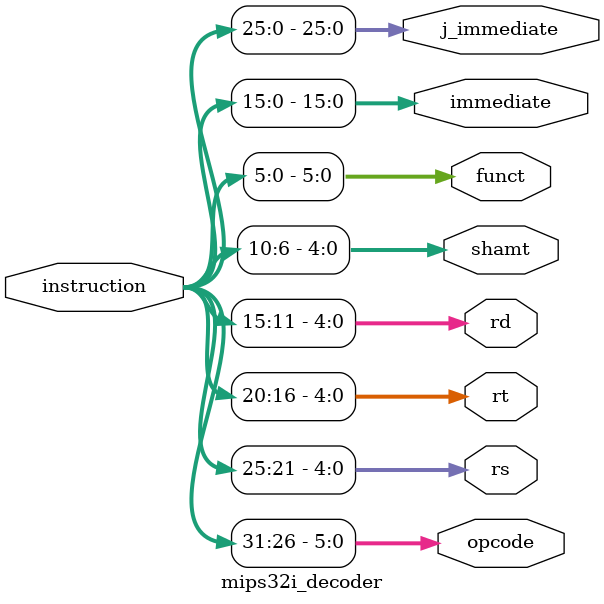
<source format=v>
`timescale 1ns / 1ps


module mips32i_decoder(
    input [31:0] instruction,
    output [5:0] opcode,
    output [4:0] rs,
    output [4:0] rt,
    output [4:0] rd,
    output [4:0] shamt,
    output [5:0] funct,
    output [15:0] immediate,
    output [25:0] j_immediate
    );
    assign opcode = instruction[31:26];
    assign rs = instruction[25:21];
    assign rt = instruction[20:16];
    assign rd = instruction[15:11];
    assign shamt = instruction[10:6];
    assign funct = instruction[5:0];
    assign immediate = instruction[15:0];
    assign j_immediate = instruction[25:0];
endmodule

</source>
